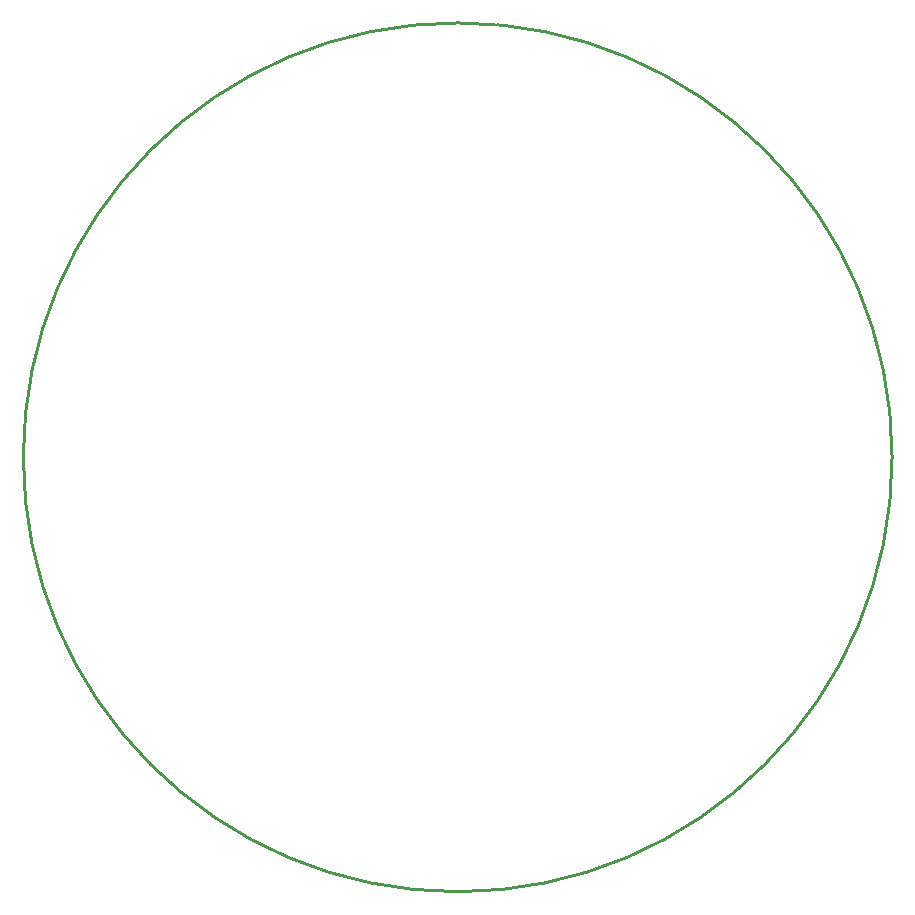
<source format=gko>
G04*
G04 #@! TF.GenerationSoftware,Altium Limited,Altium Designer,22.0.2 (36)*
G04*
G04 Layer_Color=16711935*
%FSLAX23Y23*%
%MOIN*%
G70*
G04*
G04 #@! TF.SameCoordinates,F56BB060-458F-4204-93A6-019121B336C4*
G04*
G04*
G04 #@! TF.FilePolarity,Positive*
G04*
G01*
G75*
%ADD17C,0.010*%
D17*
X3963Y1885D02*
G03*
X3963Y1885I-1448J0D01*
G01*
M02*

</source>
